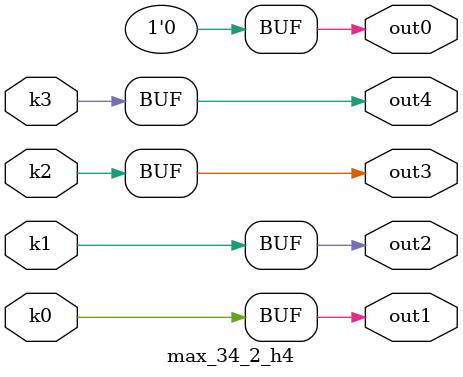
<source format=v>
module max_34_2(pi0, pi1, pi2, pi3, pi4, pi5, pi6, pi7, pi8, po0, po1, po2, po3, po4);
input pi0, pi1, pi2, pi3, pi4, pi5, pi6, pi7, pi8;
output po0, po1, po2, po3, po4;
wire k0, k1, k2, k3;
max_34_2_w4 DUT1 (pi0, pi1, pi2, pi3, pi4, pi5, pi6, pi7, pi8, k0, k1, k2, k3);
max_34_2_h4 DUT2 (k0, k1, k2, k3, po0, po1, po2, po3, po4);
endmodule

module max_34_2_w4(in8, in7, in6, in5, in4, in3, in2, in1, in0, k3, k2, k1, k0);
input in8, in7, in6, in5, in4, in3, in2, in1, in0;
output k3, k2, k1, k0;
assign k0 =   in3 ? in2 : in5;
assign k1 =   in3 ? in7 : in8;
assign k2 =   ~in0 & ((((~in8 & (in7 | in6)) | (in7 & in6)) & (~in4 | in1) & (~in5 | in2)) | (~in5 & in2 & (~in4 | in1)) | (~in4 & in1));
assign k3 =   in3;
endmodule

module max_34_2_h4(k3, k2, k1, k0, out4, out3, out2, out1, out0);
input k3, k2, k1, k0;
output out4, out3, out2, out1, out0;
assign out0 = 0;
assign out1 = k0;
assign out2 = k1;
assign out3 = k2;
assign out4 = k3;
endmodule

</source>
